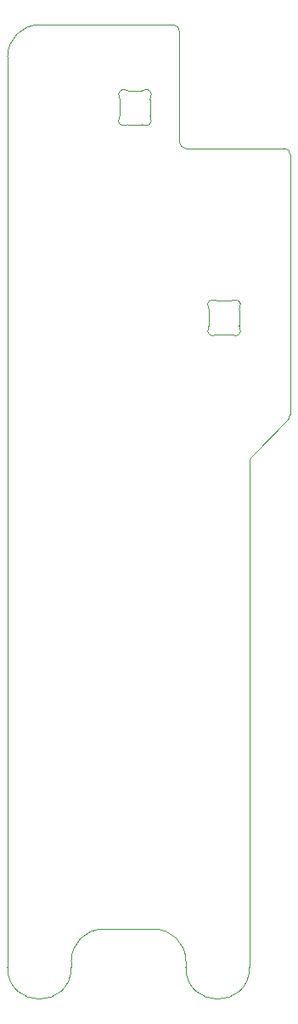
<source format=gbr>
%TF.GenerationSoftware,KiCad,Pcbnew,7.0.2-0*%
%TF.CreationDate,2023-07-09T23:01:50-07:00*%
%TF.ProjectId,thumbs-down-hw,7468756d-6273-42d6-946f-776e2d68772e,rev?*%
%TF.SameCoordinates,PX80fd3d8PY8977a68*%
%TF.FileFunction,Profile,NP*%
%FSLAX46Y46*%
G04 Gerber Fmt 4.6, Leading zero omitted, Abs format (unit mm)*
G04 Created by KiCad (PCBNEW 7.0.2-0) date 2023-07-09 23:01:50*
%MOMM*%
%LPD*%
G01*
G04 APERTURE LIST*
%TA.AperFunction,Profile*%
%ADD10C,0.100000*%
%TD*%
G04 APERTURE END LIST*
D10*
X3175000Y97155000D02*
G75*
G03*
X0Y93980000I0J-3175000D01*
G01*
X17780000Y3810000D02*
G75*
G03*
X14605000Y6985000I-3175000J0D01*
G01*
X24315987Y54043013D02*
G75*
G03*
X24130000Y53594000I449013J-449013D01*
G01*
X28008013Y57843987D02*
X24315987Y54043013D01*
X9525000Y6985000D02*
G75*
G03*
X6350000Y3810000I0J-3175000D01*
G01*
X17145000Y96520000D02*
X17145000Y85471000D01*
X28194000Y84201000D02*
G75*
G03*
X27559000Y84836000I-635000J0D01*
G01*
X28008013Y57843987D02*
G75*
G03*
X28194000Y58293000I-449013J449013D01*
G01*
X9525000Y6985000D02*
X14605000Y6985000D01*
X0Y3175000D02*
G75*
G03*
X6350000Y3175000I3175000J0D01*
G01*
X0Y93980000D02*
X0Y3175000D01*
X17780000Y3810000D02*
X17780000Y3175000D01*
X6350000Y3175000D02*
X6350000Y3810000D01*
X24130000Y3175000D02*
X24130000Y53594000D01*
X17145000Y85471000D02*
G75*
G03*
X17780000Y84836000I635000J0D01*
G01*
X17780000Y3175000D02*
G75*
G03*
X24130000Y3175000I3175000J0D01*
G01*
X17145000Y96520000D02*
G75*
G03*
X16510000Y97155000I-635000J0D01*
G01*
X28194000Y84201000D02*
X28194000Y58293000D01*
X17780000Y84836000D02*
X27559000Y84836000D01*
X3175000Y97155000D02*
X16510000Y97155000D01*
%TO.C,D1*%
X22292842Y66245001D02*
X20887158Y66245001D01*
X20090000Y67150548D02*
X20090000Y68739452D01*
X23089999Y68739452D02*
X23089999Y67150547D01*
X20887158Y69644999D02*
X22292842Y69644999D01*
X20887158Y66245000D02*
G75*
G03*
X20670280Y66195515I-2J-499989D01*
G01*
X20021701Y66898289D02*
G75*
G03*
X20670281Y66195517I431700J-252259D01*
G01*
X22509720Y66195516D02*
G75*
G03*
X22292843Y66245001I-216876J-450505D01*
G01*
X22509720Y66195516D02*
G75*
G03*
X23158297Y66898289I216877J450515D01*
G01*
X23089999Y67150547D02*
G75*
G03*
X23158298Y66898289I500009J3D01*
G01*
X20021701Y66898289D02*
G75*
G03*
X20090000Y67150548I-431710J252261D01*
G01*
X23158299Y68991711D02*
G75*
G03*
X23090000Y68739453I431711J-252261D01*
G01*
X20089999Y68739452D02*
G75*
G03*
X20021701Y68991710I-500009J-2D01*
G01*
X20670278Y69694481D02*
G75*
G03*
X20021704Y68991711I-216878J-450511D01*
G01*
X20670281Y69694486D02*
G75*
G03*
X20887157Y69644999I216869J450454D01*
G01*
X23158299Y68991711D02*
G75*
G03*
X22509720Y69694483I-431699J252259D01*
G01*
X22292842Y69644999D02*
G75*
G03*
X22509720Y69694484I158J499301D01*
G01*
%TO.C,D3*%
X13402842Y87200001D02*
X11997158Y87200001D01*
X11200000Y88105548D02*
X11200000Y89694452D01*
X14199999Y89694452D02*
X14199999Y88105547D01*
X11997158Y90599999D02*
X13402842Y90599999D01*
X11997158Y87200000D02*
G75*
G03*
X11780280Y87150515I-2J-499989D01*
G01*
X11131701Y87853289D02*
G75*
G03*
X11780281Y87150517I431700J-252259D01*
G01*
X13619720Y87150516D02*
G75*
G03*
X13402843Y87200001I-216876J-450505D01*
G01*
X13619720Y87150516D02*
G75*
G03*
X14268297Y87853289I216877J450515D01*
G01*
X14199999Y88105547D02*
G75*
G03*
X14268298Y87853289I500009J3D01*
G01*
X11131701Y87853289D02*
G75*
G03*
X11200000Y88105548I-431710J252261D01*
G01*
X14268299Y89946711D02*
G75*
G03*
X14200000Y89694453I431711J-252261D01*
G01*
X11199999Y89694452D02*
G75*
G03*
X11131701Y89946710I-500009J-2D01*
G01*
X11780278Y90649481D02*
G75*
G03*
X11131704Y89946711I-216878J-450511D01*
G01*
X11780281Y90649486D02*
G75*
G03*
X11997157Y90599999I216869J450454D01*
G01*
X14268299Y89946711D02*
G75*
G03*
X13619720Y90649483I-431699J252259D01*
G01*
X13402842Y90599999D02*
G75*
G03*
X13619720Y90649484I158J499301D01*
G01*
%TD*%
M02*

</source>
